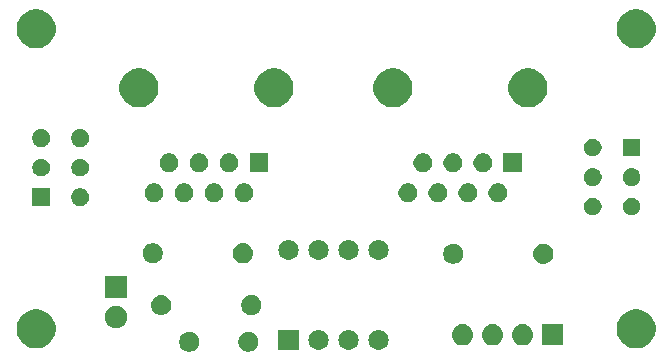
<source format=gbr>
G04 #@! TF.GenerationSoftware,KiCad,Pcbnew,(5.1.4)-1*
G04 #@! TF.CreationDate,2019-10-05T19:17:46-04:00*
G04 #@! TF.ProjectId,PB_16,50425f31-362e-46b6-9963-61645f706362,3*
G04 #@! TF.SameCoordinates,Original*
G04 #@! TF.FileFunction,Soldermask,Bot*
G04 #@! TF.FilePolarity,Negative*
%FSLAX46Y46*%
G04 Gerber Fmt 4.6, Leading zero omitted, Abs format (unit mm)*
G04 Created by KiCad (PCBNEW (5.1.4)-1) date 2019-10-05 19:17:46*
%MOMM*%
%LPD*%
G04 APERTURE LIST*
%ADD10C,0.100000*%
G04 APERTURE END LIST*
D10*
G36*
X105848228Y-99331703D02*
G01*
X106003100Y-99395853D01*
X106142481Y-99488985D01*
X106261015Y-99607519D01*
X106354147Y-99746900D01*
X106418297Y-99901772D01*
X106451000Y-100066184D01*
X106451000Y-100233816D01*
X106418297Y-100398228D01*
X106354147Y-100553100D01*
X106261015Y-100692481D01*
X106142481Y-100811015D01*
X106003100Y-100904147D01*
X105848228Y-100968297D01*
X105683816Y-101001000D01*
X105516184Y-101001000D01*
X105351772Y-100968297D01*
X105196900Y-100904147D01*
X105057519Y-100811015D01*
X104938985Y-100692481D01*
X104845853Y-100553100D01*
X104781703Y-100398228D01*
X104749000Y-100233816D01*
X104749000Y-100066184D01*
X104781703Y-99901772D01*
X104845853Y-99746900D01*
X104938985Y-99607519D01*
X105057519Y-99488985D01*
X105196900Y-99395853D01*
X105351772Y-99331703D01*
X105516184Y-99299000D01*
X105683816Y-99299000D01*
X105848228Y-99331703D01*
X105848228Y-99331703D01*
G37*
G36*
X100848228Y-99331703D02*
G01*
X101003100Y-99395853D01*
X101142481Y-99488985D01*
X101261015Y-99607519D01*
X101354147Y-99746900D01*
X101418297Y-99901772D01*
X101451000Y-100066184D01*
X101451000Y-100233816D01*
X101418297Y-100398228D01*
X101354147Y-100553100D01*
X101261015Y-100692481D01*
X101142481Y-100811015D01*
X101003100Y-100904147D01*
X100848228Y-100968297D01*
X100683816Y-101001000D01*
X100516184Y-101001000D01*
X100351772Y-100968297D01*
X100196900Y-100904147D01*
X100057519Y-100811015D01*
X99938985Y-100692481D01*
X99845853Y-100553100D01*
X99781703Y-100398228D01*
X99749000Y-100233816D01*
X99749000Y-100066184D01*
X99781703Y-99901772D01*
X99845853Y-99746900D01*
X99938985Y-99607519D01*
X100057519Y-99488985D01*
X100196900Y-99395853D01*
X100351772Y-99331703D01*
X100516184Y-99299000D01*
X100683816Y-99299000D01*
X100848228Y-99331703D01*
X100848228Y-99331703D01*
G37*
G36*
X111706823Y-99161313D02*
G01*
X111867242Y-99209976D01*
X111999906Y-99280886D01*
X112015078Y-99288996D01*
X112144659Y-99395341D01*
X112251004Y-99524922D01*
X112251005Y-99524924D01*
X112330024Y-99672758D01*
X112378687Y-99833177D01*
X112395117Y-100000000D01*
X112378687Y-100166823D01*
X112330024Y-100327242D01*
X112270842Y-100437963D01*
X112251004Y-100475078D01*
X112144659Y-100604659D01*
X112015078Y-100711004D01*
X112015076Y-100711005D01*
X111867242Y-100790024D01*
X111706823Y-100838687D01*
X111581804Y-100851000D01*
X111498196Y-100851000D01*
X111373177Y-100838687D01*
X111212758Y-100790024D01*
X111064924Y-100711005D01*
X111064922Y-100711004D01*
X110935341Y-100604659D01*
X110828996Y-100475078D01*
X110809158Y-100437963D01*
X110749976Y-100327242D01*
X110701313Y-100166823D01*
X110684883Y-100000000D01*
X110701313Y-99833177D01*
X110749976Y-99672758D01*
X110828995Y-99524924D01*
X110828996Y-99524922D01*
X110935341Y-99395341D01*
X111064922Y-99288996D01*
X111080094Y-99280886D01*
X111212758Y-99209976D01*
X111373177Y-99161313D01*
X111498196Y-99149000D01*
X111581804Y-99149000D01*
X111706823Y-99161313D01*
X111706823Y-99161313D01*
G37*
G36*
X116786823Y-99161313D02*
G01*
X116947242Y-99209976D01*
X117079906Y-99280886D01*
X117095078Y-99288996D01*
X117224659Y-99395341D01*
X117331004Y-99524922D01*
X117331005Y-99524924D01*
X117410024Y-99672758D01*
X117458687Y-99833177D01*
X117475117Y-100000000D01*
X117458687Y-100166823D01*
X117410024Y-100327242D01*
X117350842Y-100437963D01*
X117331004Y-100475078D01*
X117224659Y-100604659D01*
X117095078Y-100711004D01*
X117095076Y-100711005D01*
X116947242Y-100790024D01*
X116786823Y-100838687D01*
X116661804Y-100851000D01*
X116578196Y-100851000D01*
X116453177Y-100838687D01*
X116292758Y-100790024D01*
X116144924Y-100711005D01*
X116144922Y-100711004D01*
X116015341Y-100604659D01*
X115908996Y-100475078D01*
X115889158Y-100437963D01*
X115829976Y-100327242D01*
X115781313Y-100166823D01*
X115764883Y-100000000D01*
X115781313Y-99833177D01*
X115829976Y-99672758D01*
X115908995Y-99524924D01*
X115908996Y-99524922D01*
X116015341Y-99395341D01*
X116144922Y-99288996D01*
X116160094Y-99280886D01*
X116292758Y-99209976D01*
X116453177Y-99161313D01*
X116578196Y-99149000D01*
X116661804Y-99149000D01*
X116786823Y-99161313D01*
X116786823Y-99161313D01*
G37*
G36*
X109851000Y-100851000D02*
G01*
X108149000Y-100851000D01*
X108149000Y-99149000D01*
X109851000Y-99149000D01*
X109851000Y-100851000D01*
X109851000Y-100851000D01*
G37*
G36*
X114246823Y-99161313D02*
G01*
X114407242Y-99209976D01*
X114539906Y-99280886D01*
X114555078Y-99288996D01*
X114684659Y-99395341D01*
X114791004Y-99524922D01*
X114791005Y-99524924D01*
X114870024Y-99672758D01*
X114918687Y-99833177D01*
X114935117Y-100000000D01*
X114918687Y-100166823D01*
X114870024Y-100327242D01*
X114810842Y-100437963D01*
X114791004Y-100475078D01*
X114684659Y-100604659D01*
X114555078Y-100711004D01*
X114555076Y-100711005D01*
X114407242Y-100790024D01*
X114246823Y-100838687D01*
X114121804Y-100851000D01*
X114038196Y-100851000D01*
X113913177Y-100838687D01*
X113752758Y-100790024D01*
X113604924Y-100711005D01*
X113604922Y-100711004D01*
X113475341Y-100604659D01*
X113368996Y-100475078D01*
X113349158Y-100437963D01*
X113289976Y-100327242D01*
X113241313Y-100166823D01*
X113224883Y-100000000D01*
X113241313Y-99833177D01*
X113289976Y-99672758D01*
X113368995Y-99524924D01*
X113368996Y-99524922D01*
X113475341Y-99395341D01*
X113604922Y-99288996D01*
X113620094Y-99280886D01*
X113752758Y-99209976D01*
X113913177Y-99161313D01*
X114038196Y-99149000D01*
X114121804Y-99149000D01*
X114246823Y-99161313D01*
X114246823Y-99161313D01*
G37*
G36*
X138805256Y-97451298D02*
G01*
X138911579Y-97472447D01*
X139038636Y-97525076D01*
X139201367Y-97592481D01*
X139212042Y-97596903D01*
X139482451Y-97777585D01*
X139712415Y-98007549D01*
X139893097Y-98277958D01*
X139893098Y-98277960D01*
X140017553Y-98578422D01*
X140081000Y-98897389D01*
X140081000Y-99222611D01*
X140051011Y-99373373D01*
X140017553Y-99541579D01*
X139893097Y-99842042D01*
X139712415Y-100112451D01*
X139482451Y-100342415D01*
X139212042Y-100523097D01*
X139212041Y-100523098D01*
X139212040Y-100523098D01*
X139124037Y-100559550D01*
X138911579Y-100647553D01*
X138805256Y-100668702D01*
X138592611Y-100711000D01*
X138267389Y-100711000D01*
X138054744Y-100668702D01*
X137948421Y-100647553D01*
X137735963Y-100559550D01*
X137647960Y-100523098D01*
X137647959Y-100523098D01*
X137647958Y-100523097D01*
X137377549Y-100342415D01*
X137147585Y-100112451D01*
X136966903Y-99842042D01*
X136842447Y-99541579D01*
X136808989Y-99373373D01*
X136779000Y-99222611D01*
X136779000Y-98897389D01*
X136842447Y-98578422D01*
X136966902Y-98277960D01*
X136966903Y-98277958D01*
X137147585Y-98007549D01*
X137377549Y-97777585D01*
X137647958Y-97596903D01*
X137658634Y-97592481D01*
X137821364Y-97525076D01*
X137948421Y-97472447D01*
X138054744Y-97451298D01*
X138267389Y-97409000D01*
X138592611Y-97409000D01*
X138805256Y-97451298D01*
X138805256Y-97451298D01*
G37*
G36*
X88005256Y-97451298D02*
G01*
X88111579Y-97472447D01*
X88238636Y-97525076D01*
X88401367Y-97592481D01*
X88412042Y-97596903D01*
X88682451Y-97777585D01*
X88912415Y-98007549D01*
X89093097Y-98277958D01*
X89093098Y-98277960D01*
X89217553Y-98578422D01*
X89281000Y-98897389D01*
X89281000Y-99222611D01*
X89251011Y-99373373D01*
X89217553Y-99541579D01*
X89093097Y-99842042D01*
X88912415Y-100112451D01*
X88682451Y-100342415D01*
X88412042Y-100523097D01*
X88412041Y-100523098D01*
X88412040Y-100523098D01*
X88324037Y-100559550D01*
X88111579Y-100647553D01*
X88005256Y-100668702D01*
X87792611Y-100711000D01*
X87467389Y-100711000D01*
X87254744Y-100668702D01*
X87148421Y-100647553D01*
X86935963Y-100559550D01*
X86847960Y-100523098D01*
X86847959Y-100523098D01*
X86847958Y-100523097D01*
X86577549Y-100342415D01*
X86347585Y-100112451D01*
X86166903Y-99842042D01*
X86042447Y-99541579D01*
X86008989Y-99373373D01*
X85979000Y-99222611D01*
X85979000Y-98897389D01*
X86042447Y-98578422D01*
X86166902Y-98277960D01*
X86166903Y-98277958D01*
X86347585Y-98007549D01*
X86577549Y-97777585D01*
X86847958Y-97596903D01*
X86858634Y-97592481D01*
X87021364Y-97525076D01*
X87148421Y-97472447D01*
X87254744Y-97451298D01*
X87467389Y-97409000D01*
X87792611Y-97409000D01*
X88005256Y-97451298D01*
X88005256Y-97451298D01*
G37*
G36*
X123840443Y-98655519D02*
G01*
X123906627Y-98662037D01*
X124076466Y-98713557D01*
X124232991Y-98797222D01*
X124268729Y-98826552D01*
X124370186Y-98909814D01*
X124453448Y-99011271D01*
X124482778Y-99047009D01*
X124566443Y-99203534D01*
X124617963Y-99373373D01*
X124635359Y-99550000D01*
X124617963Y-99726627D01*
X124566443Y-99896466D01*
X124482778Y-100052991D01*
X124453448Y-100088729D01*
X124370186Y-100190186D01*
X124268729Y-100273448D01*
X124232991Y-100302778D01*
X124076466Y-100386443D01*
X123906627Y-100437963D01*
X123840442Y-100444482D01*
X123774260Y-100451000D01*
X123685740Y-100451000D01*
X123619558Y-100444482D01*
X123553373Y-100437963D01*
X123383534Y-100386443D01*
X123227009Y-100302778D01*
X123191271Y-100273448D01*
X123089814Y-100190186D01*
X123006552Y-100088729D01*
X122977222Y-100052991D01*
X122893557Y-99896466D01*
X122842037Y-99726627D01*
X122824641Y-99550000D01*
X122842037Y-99373373D01*
X122893557Y-99203534D01*
X122977222Y-99047009D01*
X123006552Y-99011271D01*
X123089814Y-98909814D01*
X123191271Y-98826552D01*
X123227009Y-98797222D01*
X123383534Y-98713557D01*
X123553373Y-98662037D01*
X123619558Y-98655518D01*
X123685740Y-98649000D01*
X123774260Y-98649000D01*
X123840443Y-98655519D01*
X123840443Y-98655519D01*
G37*
G36*
X132251000Y-100451000D02*
G01*
X130449000Y-100451000D01*
X130449000Y-98649000D01*
X132251000Y-98649000D01*
X132251000Y-100451000D01*
X132251000Y-100451000D01*
G37*
G36*
X128920443Y-98655519D02*
G01*
X128986627Y-98662037D01*
X129156466Y-98713557D01*
X129312991Y-98797222D01*
X129348729Y-98826552D01*
X129450186Y-98909814D01*
X129533448Y-99011271D01*
X129562778Y-99047009D01*
X129646443Y-99203534D01*
X129697963Y-99373373D01*
X129715359Y-99550000D01*
X129697963Y-99726627D01*
X129646443Y-99896466D01*
X129562778Y-100052991D01*
X129533448Y-100088729D01*
X129450186Y-100190186D01*
X129348729Y-100273448D01*
X129312991Y-100302778D01*
X129156466Y-100386443D01*
X128986627Y-100437963D01*
X128920442Y-100444482D01*
X128854260Y-100451000D01*
X128765740Y-100451000D01*
X128699558Y-100444482D01*
X128633373Y-100437963D01*
X128463534Y-100386443D01*
X128307009Y-100302778D01*
X128271271Y-100273448D01*
X128169814Y-100190186D01*
X128086552Y-100088729D01*
X128057222Y-100052991D01*
X127973557Y-99896466D01*
X127922037Y-99726627D01*
X127904641Y-99550000D01*
X127922037Y-99373373D01*
X127973557Y-99203534D01*
X128057222Y-99047009D01*
X128086552Y-99011271D01*
X128169814Y-98909814D01*
X128271271Y-98826552D01*
X128307009Y-98797222D01*
X128463534Y-98713557D01*
X128633373Y-98662037D01*
X128699558Y-98655518D01*
X128765740Y-98649000D01*
X128854260Y-98649000D01*
X128920443Y-98655519D01*
X128920443Y-98655519D01*
G37*
G36*
X126380443Y-98655519D02*
G01*
X126446627Y-98662037D01*
X126616466Y-98713557D01*
X126772991Y-98797222D01*
X126808729Y-98826552D01*
X126910186Y-98909814D01*
X126993448Y-99011271D01*
X127022778Y-99047009D01*
X127106443Y-99203534D01*
X127157963Y-99373373D01*
X127175359Y-99550000D01*
X127157963Y-99726627D01*
X127106443Y-99896466D01*
X127022778Y-100052991D01*
X126993448Y-100088729D01*
X126910186Y-100190186D01*
X126808729Y-100273448D01*
X126772991Y-100302778D01*
X126616466Y-100386443D01*
X126446627Y-100437963D01*
X126380442Y-100444482D01*
X126314260Y-100451000D01*
X126225740Y-100451000D01*
X126159558Y-100444482D01*
X126093373Y-100437963D01*
X125923534Y-100386443D01*
X125767009Y-100302778D01*
X125731271Y-100273448D01*
X125629814Y-100190186D01*
X125546552Y-100088729D01*
X125517222Y-100052991D01*
X125433557Y-99896466D01*
X125382037Y-99726627D01*
X125364641Y-99550000D01*
X125382037Y-99373373D01*
X125433557Y-99203534D01*
X125517222Y-99047009D01*
X125546552Y-99011271D01*
X125629814Y-98909814D01*
X125731271Y-98826552D01*
X125767009Y-98797222D01*
X125923534Y-98713557D01*
X126093373Y-98662037D01*
X126159558Y-98655518D01*
X126225740Y-98649000D01*
X126314260Y-98649000D01*
X126380443Y-98655519D01*
X126380443Y-98655519D01*
G37*
G36*
X94677395Y-97125546D02*
G01*
X94850466Y-97197234D01*
X94850467Y-97197235D01*
X95006227Y-97301310D01*
X95138690Y-97433773D01*
X95138691Y-97433775D01*
X95242766Y-97589534D01*
X95314454Y-97762605D01*
X95351000Y-97946333D01*
X95351000Y-98133667D01*
X95314454Y-98317395D01*
X95242766Y-98490466D01*
X95242765Y-98490467D01*
X95138690Y-98646227D01*
X95006227Y-98778690D01*
X94927818Y-98831081D01*
X94850466Y-98882766D01*
X94677395Y-98954454D01*
X94493667Y-98991000D01*
X94306333Y-98991000D01*
X94122605Y-98954454D01*
X93949534Y-98882766D01*
X93872182Y-98831081D01*
X93793773Y-98778690D01*
X93661310Y-98646227D01*
X93557235Y-98490467D01*
X93557234Y-98490466D01*
X93485546Y-98317395D01*
X93449000Y-98133667D01*
X93449000Y-97946333D01*
X93485546Y-97762605D01*
X93557234Y-97589534D01*
X93661309Y-97433775D01*
X93661310Y-97433773D01*
X93793773Y-97301310D01*
X93949533Y-97197235D01*
X93949534Y-97197234D01*
X94122605Y-97125546D01*
X94306333Y-97089000D01*
X94493667Y-97089000D01*
X94677395Y-97125546D01*
X94677395Y-97125546D01*
G37*
G36*
X106098228Y-96231703D02*
G01*
X106253100Y-96295853D01*
X106392481Y-96388985D01*
X106511015Y-96507519D01*
X106604147Y-96646900D01*
X106668297Y-96801772D01*
X106701000Y-96966184D01*
X106701000Y-97133816D01*
X106668297Y-97298228D01*
X106604147Y-97453100D01*
X106511015Y-97592481D01*
X106392481Y-97711015D01*
X106253100Y-97804147D01*
X106098228Y-97868297D01*
X105933816Y-97901000D01*
X105766184Y-97901000D01*
X105601772Y-97868297D01*
X105446900Y-97804147D01*
X105307519Y-97711015D01*
X105188985Y-97592481D01*
X105095853Y-97453100D01*
X105031703Y-97298228D01*
X104999000Y-97133816D01*
X104999000Y-96966184D01*
X105031703Y-96801772D01*
X105095853Y-96646900D01*
X105188985Y-96507519D01*
X105307519Y-96388985D01*
X105446900Y-96295853D01*
X105601772Y-96231703D01*
X105766184Y-96199000D01*
X105933816Y-96199000D01*
X106098228Y-96231703D01*
X106098228Y-96231703D01*
G37*
G36*
X98396823Y-96211313D02*
G01*
X98557242Y-96259976D01*
X98624361Y-96295852D01*
X98705078Y-96338996D01*
X98834659Y-96445341D01*
X98941004Y-96574922D01*
X98941005Y-96574924D01*
X99020024Y-96722758D01*
X99068687Y-96883177D01*
X99085117Y-97050000D01*
X99068687Y-97216823D01*
X99020024Y-97377242D01*
X98979477Y-97453100D01*
X98941004Y-97525078D01*
X98834659Y-97654659D01*
X98705078Y-97761004D01*
X98702083Y-97762605D01*
X98557242Y-97840024D01*
X98396823Y-97888687D01*
X98271804Y-97901000D01*
X98188196Y-97901000D01*
X98063177Y-97888687D01*
X97902758Y-97840024D01*
X97757917Y-97762605D01*
X97754922Y-97761004D01*
X97625341Y-97654659D01*
X97518996Y-97525078D01*
X97480523Y-97453100D01*
X97439976Y-97377242D01*
X97391313Y-97216823D01*
X97374883Y-97050000D01*
X97391313Y-96883177D01*
X97439976Y-96722758D01*
X97518995Y-96574924D01*
X97518996Y-96574922D01*
X97625341Y-96445341D01*
X97754922Y-96338996D01*
X97835639Y-96295852D01*
X97902758Y-96259976D01*
X98063177Y-96211313D01*
X98188196Y-96199000D01*
X98271804Y-96199000D01*
X98396823Y-96211313D01*
X98396823Y-96211313D01*
G37*
G36*
X95351000Y-96451000D02*
G01*
X93449000Y-96451000D01*
X93449000Y-94549000D01*
X95351000Y-94549000D01*
X95351000Y-96451000D01*
X95351000Y-96451000D01*
G37*
G36*
X130736823Y-91861313D02*
G01*
X130897242Y-91909976D01*
X130964361Y-91945852D01*
X131045078Y-91988996D01*
X131174659Y-92095341D01*
X131281004Y-92224922D01*
X131281005Y-92224924D01*
X131360024Y-92372758D01*
X131408687Y-92533177D01*
X131425117Y-92700000D01*
X131408687Y-92866823D01*
X131360024Y-93027242D01*
X131289114Y-93159906D01*
X131281004Y-93175078D01*
X131174659Y-93304659D01*
X131045078Y-93411004D01*
X131045076Y-93411005D01*
X130897242Y-93490024D01*
X130736823Y-93538687D01*
X130611804Y-93551000D01*
X130528196Y-93551000D01*
X130403177Y-93538687D01*
X130242758Y-93490024D01*
X130094924Y-93411005D01*
X130094922Y-93411004D01*
X129965341Y-93304659D01*
X129858996Y-93175078D01*
X129850886Y-93159906D01*
X129779976Y-93027242D01*
X129731313Y-92866823D01*
X129714883Y-92700000D01*
X129731313Y-92533177D01*
X129779976Y-92372758D01*
X129858995Y-92224924D01*
X129858996Y-92224922D01*
X129965341Y-92095341D01*
X130094922Y-91988996D01*
X130175639Y-91945852D01*
X130242758Y-91909976D01*
X130403177Y-91861313D01*
X130528196Y-91849000D01*
X130611804Y-91849000D01*
X130736823Y-91861313D01*
X130736823Y-91861313D01*
G37*
G36*
X123198228Y-91881703D02*
G01*
X123353100Y-91945853D01*
X123492481Y-92038985D01*
X123611015Y-92157519D01*
X123704147Y-92296900D01*
X123768297Y-92451772D01*
X123801000Y-92616184D01*
X123801000Y-92783816D01*
X123768297Y-92948228D01*
X123704147Y-93103100D01*
X123611015Y-93242481D01*
X123492481Y-93361015D01*
X123353100Y-93454147D01*
X123198228Y-93518297D01*
X123033816Y-93551000D01*
X122866184Y-93551000D01*
X122701772Y-93518297D01*
X122546900Y-93454147D01*
X122407519Y-93361015D01*
X122288985Y-93242481D01*
X122195853Y-93103100D01*
X122131703Y-92948228D01*
X122099000Y-92783816D01*
X122099000Y-92616184D01*
X122131703Y-92451772D01*
X122195853Y-92296900D01*
X122288985Y-92157519D01*
X122407519Y-92038985D01*
X122546900Y-91945853D01*
X122701772Y-91881703D01*
X122866184Y-91849000D01*
X123033816Y-91849000D01*
X123198228Y-91881703D01*
X123198228Y-91881703D01*
G37*
G36*
X105286823Y-91811313D02*
G01*
X105447242Y-91859976D01*
X105540783Y-91909975D01*
X105595078Y-91938996D01*
X105724659Y-92045341D01*
X105831004Y-92174922D01*
X105831005Y-92174924D01*
X105910024Y-92322758D01*
X105958687Y-92483177D01*
X105975117Y-92650000D01*
X105958687Y-92816823D01*
X105910024Y-92977242D01*
X105869477Y-93053100D01*
X105831004Y-93125078D01*
X105724659Y-93254659D01*
X105595078Y-93361004D01*
X105595076Y-93361005D01*
X105447242Y-93440024D01*
X105286823Y-93488687D01*
X105161804Y-93501000D01*
X105078196Y-93501000D01*
X104953177Y-93488687D01*
X104792758Y-93440024D01*
X104644924Y-93361005D01*
X104644922Y-93361004D01*
X104515341Y-93254659D01*
X104408996Y-93125078D01*
X104370523Y-93053100D01*
X104329976Y-92977242D01*
X104281313Y-92816823D01*
X104264883Y-92650000D01*
X104281313Y-92483177D01*
X104329976Y-92322758D01*
X104408995Y-92174924D01*
X104408996Y-92174922D01*
X104515341Y-92045341D01*
X104644922Y-91938996D01*
X104699217Y-91909975D01*
X104792758Y-91859976D01*
X104953177Y-91811313D01*
X105078196Y-91799000D01*
X105161804Y-91799000D01*
X105286823Y-91811313D01*
X105286823Y-91811313D01*
G37*
G36*
X97748228Y-91831703D02*
G01*
X97903100Y-91895853D01*
X98042481Y-91988985D01*
X98161015Y-92107519D01*
X98254147Y-92246900D01*
X98318297Y-92401772D01*
X98351000Y-92566184D01*
X98351000Y-92733816D01*
X98318297Y-92898228D01*
X98254147Y-93053100D01*
X98161015Y-93192481D01*
X98042481Y-93311015D01*
X97903100Y-93404147D01*
X97748228Y-93468297D01*
X97583816Y-93501000D01*
X97416184Y-93501000D01*
X97251772Y-93468297D01*
X97096900Y-93404147D01*
X96957519Y-93311015D01*
X96838985Y-93192481D01*
X96745853Y-93053100D01*
X96681703Y-92898228D01*
X96649000Y-92733816D01*
X96649000Y-92566184D01*
X96681703Y-92401772D01*
X96745853Y-92246900D01*
X96838985Y-92107519D01*
X96957519Y-91988985D01*
X97096900Y-91895853D01*
X97251772Y-91831703D01*
X97416184Y-91799000D01*
X97583816Y-91799000D01*
X97748228Y-91831703D01*
X97748228Y-91831703D01*
G37*
G36*
X109166823Y-91541313D02*
G01*
X109327242Y-91589976D01*
X109459906Y-91660886D01*
X109475078Y-91668996D01*
X109604659Y-91775341D01*
X109711004Y-91904922D01*
X109711005Y-91904924D01*
X109790024Y-92052758D01*
X109838687Y-92213177D01*
X109855117Y-92380000D01*
X109838687Y-92546823D01*
X109790024Y-92707242D01*
X109749095Y-92783815D01*
X109711004Y-92855078D01*
X109604659Y-92984659D01*
X109475078Y-93091004D01*
X109475076Y-93091005D01*
X109327242Y-93170024D01*
X109166823Y-93218687D01*
X109041804Y-93231000D01*
X108958196Y-93231000D01*
X108833177Y-93218687D01*
X108672758Y-93170024D01*
X108524924Y-93091005D01*
X108524922Y-93091004D01*
X108395341Y-92984659D01*
X108288996Y-92855078D01*
X108250905Y-92783815D01*
X108209976Y-92707242D01*
X108161313Y-92546823D01*
X108144883Y-92380000D01*
X108161313Y-92213177D01*
X108209976Y-92052758D01*
X108288995Y-91904924D01*
X108288996Y-91904922D01*
X108395341Y-91775341D01*
X108524922Y-91668996D01*
X108540094Y-91660886D01*
X108672758Y-91589976D01*
X108833177Y-91541313D01*
X108958196Y-91529000D01*
X109041804Y-91529000D01*
X109166823Y-91541313D01*
X109166823Y-91541313D01*
G37*
G36*
X116786823Y-91541313D02*
G01*
X116947242Y-91589976D01*
X117079906Y-91660886D01*
X117095078Y-91668996D01*
X117224659Y-91775341D01*
X117331004Y-91904922D01*
X117331005Y-91904924D01*
X117410024Y-92052758D01*
X117458687Y-92213177D01*
X117475117Y-92380000D01*
X117458687Y-92546823D01*
X117410024Y-92707242D01*
X117369095Y-92783815D01*
X117331004Y-92855078D01*
X117224659Y-92984659D01*
X117095078Y-93091004D01*
X117095076Y-93091005D01*
X116947242Y-93170024D01*
X116786823Y-93218687D01*
X116661804Y-93231000D01*
X116578196Y-93231000D01*
X116453177Y-93218687D01*
X116292758Y-93170024D01*
X116144924Y-93091005D01*
X116144922Y-93091004D01*
X116015341Y-92984659D01*
X115908996Y-92855078D01*
X115870905Y-92783815D01*
X115829976Y-92707242D01*
X115781313Y-92546823D01*
X115764883Y-92380000D01*
X115781313Y-92213177D01*
X115829976Y-92052758D01*
X115908995Y-91904924D01*
X115908996Y-91904922D01*
X116015341Y-91775341D01*
X116144922Y-91668996D01*
X116160094Y-91660886D01*
X116292758Y-91589976D01*
X116453177Y-91541313D01*
X116578196Y-91529000D01*
X116661804Y-91529000D01*
X116786823Y-91541313D01*
X116786823Y-91541313D01*
G37*
G36*
X114246823Y-91541313D02*
G01*
X114407242Y-91589976D01*
X114539906Y-91660886D01*
X114555078Y-91668996D01*
X114684659Y-91775341D01*
X114791004Y-91904922D01*
X114791005Y-91904924D01*
X114870024Y-92052758D01*
X114918687Y-92213177D01*
X114935117Y-92380000D01*
X114918687Y-92546823D01*
X114870024Y-92707242D01*
X114829095Y-92783815D01*
X114791004Y-92855078D01*
X114684659Y-92984659D01*
X114555078Y-93091004D01*
X114555076Y-93091005D01*
X114407242Y-93170024D01*
X114246823Y-93218687D01*
X114121804Y-93231000D01*
X114038196Y-93231000D01*
X113913177Y-93218687D01*
X113752758Y-93170024D01*
X113604924Y-93091005D01*
X113604922Y-93091004D01*
X113475341Y-92984659D01*
X113368996Y-92855078D01*
X113330905Y-92783815D01*
X113289976Y-92707242D01*
X113241313Y-92546823D01*
X113224883Y-92380000D01*
X113241313Y-92213177D01*
X113289976Y-92052758D01*
X113368995Y-91904924D01*
X113368996Y-91904922D01*
X113475341Y-91775341D01*
X113604922Y-91668996D01*
X113620094Y-91660886D01*
X113752758Y-91589976D01*
X113913177Y-91541313D01*
X114038196Y-91529000D01*
X114121804Y-91529000D01*
X114246823Y-91541313D01*
X114246823Y-91541313D01*
G37*
G36*
X111706823Y-91541313D02*
G01*
X111867242Y-91589976D01*
X111999906Y-91660886D01*
X112015078Y-91668996D01*
X112144659Y-91775341D01*
X112251004Y-91904922D01*
X112251005Y-91904924D01*
X112330024Y-92052758D01*
X112378687Y-92213177D01*
X112395117Y-92380000D01*
X112378687Y-92546823D01*
X112330024Y-92707242D01*
X112289095Y-92783815D01*
X112251004Y-92855078D01*
X112144659Y-92984659D01*
X112015078Y-93091004D01*
X112015076Y-93091005D01*
X111867242Y-93170024D01*
X111706823Y-93218687D01*
X111581804Y-93231000D01*
X111498196Y-93231000D01*
X111373177Y-93218687D01*
X111212758Y-93170024D01*
X111064924Y-93091005D01*
X111064922Y-93091004D01*
X110935341Y-92984659D01*
X110828996Y-92855078D01*
X110790905Y-92783815D01*
X110749976Y-92707242D01*
X110701313Y-92546823D01*
X110684883Y-92380000D01*
X110701313Y-92213177D01*
X110749976Y-92052758D01*
X110828995Y-91904924D01*
X110828996Y-91904922D01*
X110935341Y-91775341D01*
X111064922Y-91668996D01*
X111080094Y-91660886D01*
X111212758Y-91589976D01*
X111373177Y-91541313D01*
X111498196Y-91529000D01*
X111581804Y-91529000D01*
X111706823Y-91541313D01*
X111706823Y-91541313D01*
G37*
G36*
X138249487Y-87973967D02*
G01*
X138269059Y-87977860D01*
X138405732Y-88034472D01*
X138528735Y-88116660D01*
X138633340Y-88221265D01*
X138715528Y-88344268D01*
X138772140Y-88480941D01*
X138801000Y-88626033D01*
X138801000Y-88773967D01*
X138772140Y-88919059D01*
X138715528Y-89055732D01*
X138633340Y-89178735D01*
X138528735Y-89283340D01*
X138405732Y-89365528D01*
X138405731Y-89365529D01*
X138405730Y-89365529D01*
X138269059Y-89422140D01*
X138123968Y-89451000D01*
X137976032Y-89451000D01*
X137830941Y-89422140D01*
X137694270Y-89365529D01*
X137694269Y-89365529D01*
X137694268Y-89365528D01*
X137571265Y-89283340D01*
X137466660Y-89178735D01*
X137384472Y-89055732D01*
X137327860Y-88919059D01*
X137299000Y-88773967D01*
X137299000Y-88626033D01*
X137327860Y-88480941D01*
X137384472Y-88344268D01*
X137466660Y-88221265D01*
X137571265Y-88116660D01*
X137694268Y-88034472D01*
X137830941Y-87977860D01*
X137850513Y-87973967D01*
X137976032Y-87949000D01*
X138123968Y-87949000D01*
X138249487Y-87973967D01*
X138249487Y-87973967D01*
G37*
G36*
X134949487Y-87973967D02*
G01*
X134969059Y-87977860D01*
X135105732Y-88034472D01*
X135228735Y-88116660D01*
X135333340Y-88221265D01*
X135415528Y-88344268D01*
X135472140Y-88480941D01*
X135501000Y-88626033D01*
X135501000Y-88773967D01*
X135472140Y-88919059D01*
X135415528Y-89055732D01*
X135333340Y-89178735D01*
X135228735Y-89283340D01*
X135105732Y-89365528D01*
X135105731Y-89365529D01*
X135105730Y-89365529D01*
X134969059Y-89422140D01*
X134823968Y-89451000D01*
X134676032Y-89451000D01*
X134530941Y-89422140D01*
X134394270Y-89365529D01*
X134394269Y-89365529D01*
X134394268Y-89365528D01*
X134271265Y-89283340D01*
X134166660Y-89178735D01*
X134084472Y-89055732D01*
X134027860Y-88919059D01*
X133999000Y-88773967D01*
X133999000Y-88626033D01*
X134027860Y-88480941D01*
X134084472Y-88344268D01*
X134166660Y-88221265D01*
X134271265Y-88116660D01*
X134394268Y-88034472D01*
X134530941Y-87977860D01*
X134550513Y-87973967D01*
X134676032Y-87949000D01*
X134823968Y-87949000D01*
X134949487Y-87973967D01*
X134949487Y-87973967D01*
G37*
G36*
X91569059Y-87177860D02*
G01*
X91705732Y-87234472D01*
X91828735Y-87316660D01*
X91933340Y-87421265D01*
X91959962Y-87461108D01*
X92015529Y-87544270D01*
X92072140Y-87680941D01*
X92101000Y-87826032D01*
X92101000Y-87973968D01*
X92072140Y-88119059D01*
X92017970Y-88249838D01*
X92015528Y-88255732D01*
X91933340Y-88378735D01*
X91828735Y-88483340D01*
X91705732Y-88565528D01*
X91705731Y-88565529D01*
X91705730Y-88565529D01*
X91569059Y-88622140D01*
X91423968Y-88651000D01*
X91276032Y-88651000D01*
X91130941Y-88622140D01*
X90994270Y-88565529D01*
X90994269Y-88565529D01*
X90994268Y-88565528D01*
X90871265Y-88483340D01*
X90766660Y-88378735D01*
X90684472Y-88255732D01*
X90682031Y-88249838D01*
X90627860Y-88119059D01*
X90599000Y-87973968D01*
X90599000Y-87826032D01*
X90627860Y-87680941D01*
X90684471Y-87544270D01*
X90740038Y-87461108D01*
X90766660Y-87421265D01*
X90871265Y-87316660D01*
X90994268Y-87234472D01*
X91130941Y-87177860D01*
X91276032Y-87149000D01*
X91423968Y-87149000D01*
X91569059Y-87177860D01*
X91569059Y-87177860D01*
G37*
G36*
X88801000Y-88651000D02*
G01*
X87299000Y-88651000D01*
X87299000Y-87149000D01*
X88801000Y-87149000D01*
X88801000Y-88651000D01*
X88801000Y-88651000D01*
G37*
G36*
X126963642Y-86769781D02*
G01*
X127109414Y-86830162D01*
X127109416Y-86830163D01*
X127240608Y-86917822D01*
X127352178Y-87029392D01*
X127432097Y-87149000D01*
X127439838Y-87160586D01*
X127500219Y-87306358D01*
X127531000Y-87461107D01*
X127531000Y-87618893D01*
X127500219Y-87773642D01*
X127439838Y-87919414D01*
X127439837Y-87919416D01*
X127352178Y-88050608D01*
X127240608Y-88162178D01*
X127109416Y-88249837D01*
X127109415Y-88249838D01*
X127109414Y-88249838D01*
X126963642Y-88310219D01*
X126808893Y-88341000D01*
X126651107Y-88341000D01*
X126496358Y-88310219D01*
X126350586Y-88249838D01*
X126350585Y-88249838D01*
X126350584Y-88249837D01*
X126219392Y-88162178D01*
X126107822Y-88050608D01*
X126020163Y-87919416D01*
X126020162Y-87919414D01*
X125959781Y-87773642D01*
X125929000Y-87618893D01*
X125929000Y-87461107D01*
X125959781Y-87306358D01*
X126020162Y-87160586D01*
X126027903Y-87149000D01*
X126107822Y-87029392D01*
X126219392Y-86917822D01*
X126350584Y-86830163D01*
X126350586Y-86830162D01*
X126496358Y-86769781D01*
X126651107Y-86739000D01*
X126808893Y-86739000D01*
X126963642Y-86769781D01*
X126963642Y-86769781D01*
G37*
G36*
X102923642Y-86769781D02*
G01*
X103069414Y-86830162D01*
X103069416Y-86830163D01*
X103200608Y-86917822D01*
X103312178Y-87029392D01*
X103392097Y-87149000D01*
X103399838Y-87160586D01*
X103460219Y-87306358D01*
X103491000Y-87461107D01*
X103491000Y-87618893D01*
X103460219Y-87773642D01*
X103399838Y-87919414D01*
X103399837Y-87919416D01*
X103312178Y-88050608D01*
X103200608Y-88162178D01*
X103069416Y-88249837D01*
X103069415Y-88249838D01*
X103069414Y-88249838D01*
X102923642Y-88310219D01*
X102768893Y-88341000D01*
X102611107Y-88341000D01*
X102456358Y-88310219D01*
X102310586Y-88249838D01*
X102310585Y-88249838D01*
X102310584Y-88249837D01*
X102179392Y-88162178D01*
X102067822Y-88050608D01*
X101980163Y-87919416D01*
X101980162Y-87919414D01*
X101919781Y-87773642D01*
X101889000Y-87618893D01*
X101889000Y-87461107D01*
X101919781Y-87306358D01*
X101980162Y-87160586D01*
X101987903Y-87149000D01*
X102067822Y-87029392D01*
X102179392Y-86917822D01*
X102310584Y-86830163D01*
X102310586Y-86830162D01*
X102456358Y-86769781D01*
X102611107Y-86739000D01*
X102768893Y-86739000D01*
X102923642Y-86769781D01*
X102923642Y-86769781D01*
G37*
G36*
X124423642Y-86769781D02*
G01*
X124569414Y-86830162D01*
X124569416Y-86830163D01*
X124700608Y-86917822D01*
X124812178Y-87029392D01*
X124892097Y-87149000D01*
X124899838Y-87160586D01*
X124960219Y-87306358D01*
X124991000Y-87461107D01*
X124991000Y-87618893D01*
X124960219Y-87773642D01*
X124899838Y-87919414D01*
X124899837Y-87919416D01*
X124812178Y-88050608D01*
X124700608Y-88162178D01*
X124569416Y-88249837D01*
X124569415Y-88249838D01*
X124569414Y-88249838D01*
X124423642Y-88310219D01*
X124268893Y-88341000D01*
X124111107Y-88341000D01*
X123956358Y-88310219D01*
X123810586Y-88249838D01*
X123810585Y-88249838D01*
X123810584Y-88249837D01*
X123679392Y-88162178D01*
X123567822Y-88050608D01*
X123480163Y-87919416D01*
X123480162Y-87919414D01*
X123419781Y-87773642D01*
X123389000Y-87618893D01*
X123389000Y-87461107D01*
X123419781Y-87306358D01*
X123480162Y-87160586D01*
X123487903Y-87149000D01*
X123567822Y-87029392D01*
X123679392Y-86917822D01*
X123810584Y-86830163D01*
X123810586Y-86830162D01*
X123956358Y-86769781D01*
X124111107Y-86739000D01*
X124268893Y-86739000D01*
X124423642Y-86769781D01*
X124423642Y-86769781D01*
G37*
G36*
X97843642Y-86769781D02*
G01*
X97989414Y-86830162D01*
X97989416Y-86830163D01*
X98120608Y-86917822D01*
X98232178Y-87029392D01*
X98312097Y-87149000D01*
X98319838Y-87160586D01*
X98380219Y-87306358D01*
X98411000Y-87461107D01*
X98411000Y-87618893D01*
X98380219Y-87773642D01*
X98319838Y-87919414D01*
X98319837Y-87919416D01*
X98232178Y-88050608D01*
X98120608Y-88162178D01*
X97989416Y-88249837D01*
X97989415Y-88249838D01*
X97989414Y-88249838D01*
X97843642Y-88310219D01*
X97688893Y-88341000D01*
X97531107Y-88341000D01*
X97376358Y-88310219D01*
X97230586Y-88249838D01*
X97230585Y-88249838D01*
X97230584Y-88249837D01*
X97099392Y-88162178D01*
X96987822Y-88050608D01*
X96900163Y-87919416D01*
X96900162Y-87919414D01*
X96839781Y-87773642D01*
X96809000Y-87618893D01*
X96809000Y-87461107D01*
X96839781Y-87306358D01*
X96900162Y-87160586D01*
X96907903Y-87149000D01*
X96987822Y-87029392D01*
X97099392Y-86917822D01*
X97230584Y-86830163D01*
X97230586Y-86830162D01*
X97376358Y-86769781D01*
X97531107Y-86739000D01*
X97688893Y-86739000D01*
X97843642Y-86769781D01*
X97843642Y-86769781D01*
G37*
G36*
X119343642Y-86769781D02*
G01*
X119489414Y-86830162D01*
X119489416Y-86830163D01*
X119620608Y-86917822D01*
X119732178Y-87029392D01*
X119812097Y-87149000D01*
X119819838Y-87160586D01*
X119880219Y-87306358D01*
X119911000Y-87461107D01*
X119911000Y-87618893D01*
X119880219Y-87773642D01*
X119819838Y-87919414D01*
X119819837Y-87919416D01*
X119732178Y-88050608D01*
X119620608Y-88162178D01*
X119489416Y-88249837D01*
X119489415Y-88249838D01*
X119489414Y-88249838D01*
X119343642Y-88310219D01*
X119188893Y-88341000D01*
X119031107Y-88341000D01*
X118876358Y-88310219D01*
X118730586Y-88249838D01*
X118730585Y-88249838D01*
X118730584Y-88249837D01*
X118599392Y-88162178D01*
X118487822Y-88050608D01*
X118400163Y-87919416D01*
X118400162Y-87919414D01*
X118339781Y-87773642D01*
X118309000Y-87618893D01*
X118309000Y-87461107D01*
X118339781Y-87306358D01*
X118400162Y-87160586D01*
X118407903Y-87149000D01*
X118487822Y-87029392D01*
X118599392Y-86917822D01*
X118730584Y-86830163D01*
X118730586Y-86830162D01*
X118876358Y-86769781D01*
X119031107Y-86739000D01*
X119188893Y-86739000D01*
X119343642Y-86769781D01*
X119343642Y-86769781D01*
G37*
G36*
X105463642Y-86769781D02*
G01*
X105609414Y-86830162D01*
X105609416Y-86830163D01*
X105740608Y-86917822D01*
X105852178Y-87029392D01*
X105932097Y-87149000D01*
X105939838Y-87160586D01*
X106000219Y-87306358D01*
X106031000Y-87461107D01*
X106031000Y-87618893D01*
X106000219Y-87773642D01*
X105939838Y-87919414D01*
X105939837Y-87919416D01*
X105852178Y-88050608D01*
X105740608Y-88162178D01*
X105609416Y-88249837D01*
X105609415Y-88249838D01*
X105609414Y-88249838D01*
X105463642Y-88310219D01*
X105308893Y-88341000D01*
X105151107Y-88341000D01*
X104996358Y-88310219D01*
X104850586Y-88249838D01*
X104850585Y-88249838D01*
X104850584Y-88249837D01*
X104719392Y-88162178D01*
X104607822Y-88050608D01*
X104520163Y-87919416D01*
X104520162Y-87919414D01*
X104459781Y-87773642D01*
X104429000Y-87618893D01*
X104429000Y-87461107D01*
X104459781Y-87306358D01*
X104520162Y-87160586D01*
X104527903Y-87149000D01*
X104607822Y-87029392D01*
X104719392Y-86917822D01*
X104850584Y-86830163D01*
X104850586Y-86830162D01*
X104996358Y-86769781D01*
X105151107Y-86739000D01*
X105308893Y-86739000D01*
X105463642Y-86769781D01*
X105463642Y-86769781D01*
G37*
G36*
X121883642Y-86769781D02*
G01*
X122029414Y-86830162D01*
X122029416Y-86830163D01*
X122160608Y-86917822D01*
X122272178Y-87029392D01*
X122352097Y-87149000D01*
X122359838Y-87160586D01*
X122420219Y-87306358D01*
X122451000Y-87461107D01*
X122451000Y-87618893D01*
X122420219Y-87773642D01*
X122359838Y-87919414D01*
X122359837Y-87919416D01*
X122272178Y-88050608D01*
X122160608Y-88162178D01*
X122029416Y-88249837D01*
X122029415Y-88249838D01*
X122029414Y-88249838D01*
X121883642Y-88310219D01*
X121728893Y-88341000D01*
X121571107Y-88341000D01*
X121416358Y-88310219D01*
X121270586Y-88249838D01*
X121270585Y-88249838D01*
X121270584Y-88249837D01*
X121139392Y-88162178D01*
X121027822Y-88050608D01*
X120940163Y-87919416D01*
X120940162Y-87919414D01*
X120879781Y-87773642D01*
X120849000Y-87618893D01*
X120849000Y-87461107D01*
X120879781Y-87306358D01*
X120940162Y-87160586D01*
X120947903Y-87149000D01*
X121027822Y-87029392D01*
X121139392Y-86917822D01*
X121270584Y-86830163D01*
X121270586Y-86830162D01*
X121416358Y-86769781D01*
X121571107Y-86739000D01*
X121728893Y-86739000D01*
X121883642Y-86769781D01*
X121883642Y-86769781D01*
G37*
G36*
X100383642Y-86769781D02*
G01*
X100529414Y-86830162D01*
X100529416Y-86830163D01*
X100660608Y-86917822D01*
X100772178Y-87029392D01*
X100852097Y-87149000D01*
X100859838Y-87160586D01*
X100920219Y-87306358D01*
X100951000Y-87461107D01*
X100951000Y-87618893D01*
X100920219Y-87773642D01*
X100859838Y-87919414D01*
X100859837Y-87919416D01*
X100772178Y-88050608D01*
X100660608Y-88162178D01*
X100529416Y-88249837D01*
X100529415Y-88249838D01*
X100529414Y-88249838D01*
X100383642Y-88310219D01*
X100228893Y-88341000D01*
X100071107Y-88341000D01*
X99916358Y-88310219D01*
X99770586Y-88249838D01*
X99770585Y-88249838D01*
X99770584Y-88249837D01*
X99639392Y-88162178D01*
X99527822Y-88050608D01*
X99440163Y-87919416D01*
X99440162Y-87919414D01*
X99379781Y-87773642D01*
X99349000Y-87618893D01*
X99349000Y-87461107D01*
X99379781Y-87306358D01*
X99440162Y-87160586D01*
X99447903Y-87149000D01*
X99527822Y-87029392D01*
X99639392Y-86917822D01*
X99770584Y-86830163D01*
X99770586Y-86830162D01*
X99916358Y-86769781D01*
X100071107Y-86739000D01*
X100228893Y-86739000D01*
X100383642Y-86769781D01*
X100383642Y-86769781D01*
G37*
G36*
X138269059Y-85477860D02*
G01*
X138348120Y-85510608D01*
X138405732Y-85534472D01*
X138528735Y-85616660D01*
X138633340Y-85721265D01*
X138715528Y-85844268D01*
X138772140Y-85980941D01*
X138801000Y-86126033D01*
X138801000Y-86273967D01*
X138772140Y-86419059D01*
X138715528Y-86555732D01*
X138633340Y-86678735D01*
X138528735Y-86783340D01*
X138405732Y-86865528D01*
X138405731Y-86865529D01*
X138405730Y-86865529D01*
X138269059Y-86922140D01*
X138123968Y-86951000D01*
X137976032Y-86951000D01*
X137830941Y-86922140D01*
X137694270Y-86865529D01*
X137694269Y-86865529D01*
X137694268Y-86865528D01*
X137571265Y-86783340D01*
X137466660Y-86678735D01*
X137384472Y-86555732D01*
X137327860Y-86419059D01*
X137299000Y-86273967D01*
X137299000Y-86126033D01*
X137327860Y-85980941D01*
X137384472Y-85844268D01*
X137466660Y-85721265D01*
X137571265Y-85616660D01*
X137694268Y-85534472D01*
X137751881Y-85510608D01*
X137830941Y-85477860D01*
X137976032Y-85449000D01*
X138123968Y-85449000D01*
X138269059Y-85477860D01*
X138269059Y-85477860D01*
G37*
G36*
X134969059Y-85477860D02*
G01*
X135048120Y-85510608D01*
X135105732Y-85534472D01*
X135228735Y-85616660D01*
X135333340Y-85721265D01*
X135415528Y-85844268D01*
X135472140Y-85980941D01*
X135501000Y-86126033D01*
X135501000Y-86273967D01*
X135472140Y-86419059D01*
X135415528Y-86555732D01*
X135333340Y-86678735D01*
X135228735Y-86783340D01*
X135105732Y-86865528D01*
X135105731Y-86865529D01*
X135105730Y-86865529D01*
X134969059Y-86922140D01*
X134823968Y-86951000D01*
X134676032Y-86951000D01*
X134530941Y-86922140D01*
X134394270Y-86865529D01*
X134394269Y-86865529D01*
X134394268Y-86865528D01*
X134271265Y-86783340D01*
X134166660Y-86678735D01*
X134084472Y-86555732D01*
X134027860Y-86419059D01*
X133999000Y-86273967D01*
X133999000Y-86126033D01*
X134027860Y-85980941D01*
X134084472Y-85844268D01*
X134166660Y-85721265D01*
X134271265Y-85616660D01*
X134394268Y-85534472D01*
X134451881Y-85510608D01*
X134530941Y-85477860D01*
X134676032Y-85449000D01*
X134823968Y-85449000D01*
X134969059Y-85477860D01*
X134969059Y-85477860D01*
G37*
G36*
X91569059Y-84677860D02*
G01*
X91705732Y-84734472D01*
X91828735Y-84816660D01*
X91933340Y-84921265D01*
X91933341Y-84921267D01*
X92015529Y-85044270D01*
X92072140Y-85180941D01*
X92101000Y-85326032D01*
X92101000Y-85473968D01*
X92072140Y-85619059D01*
X92034539Y-85709837D01*
X92015528Y-85755732D01*
X91933340Y-85878735D01*
X91828735Y-85983340D01*
X91705732Y-86065528D01*
X91705731Y-86065529D01*
X91705730Y-86065529D01*
X91569059Y-86122140D01*
X91423968Y-86151000D01*
X91276032Y-86151000D01*
X91130941Y-86122140D01*
X90994270Y-86065529D01*
X90994269Y-86065529D01*
X90994268Y-86065528D01*
X90871265Y-85983340D01*
X90766660Y-85878735D01*
X90684472Y-85755732D01*
X90665462Y-85709837D01*
X90627860Y-85619059D01*
X90599000Y-85473968D01*
X90599000Y-85326032D01*
X90627860Y-85180941D01*
X90684471Y-85044270D01*
X90766659Y-84921267D01*
X90766660Y-84921265D01*
X90871265Y-84816660D01*
X90994268Y-84734472D01*
X91130941Y-84677860D01*
X91276032Y-84649000D01*
X91423968Y-84649000D01*
X91569059Y-84677860D01*
X91569059Y-84677860D01*
G37*
G36*
X88269059Y-84677860D02*
G01*
X88405732Y-84734472D01*
X88528735Y-84816660D01*
X88633340Y-84921265D01*
X88633341Y-84921267D01*
X88715529Y-85044270D01*
X88772140Y-85180941D01*
X88801000Y-85326032D01*
X88801000Y-85473968D01*
X88772140Y-85619059D01*
X88734539Y-85709837D01*
X88715528Y-85755732D01*
X88633340Y-85878735D01*
X88528735Y-85983340D01*
X88405732Y-86065528D01*
X88405731Y-86065529D01*
X88405730Y-86065529D01*
X88269059Y-86122140D01*
X88123968Y-86151000D01*
X87976032Y-86151000D01*
X87830941Y-86122140D01*
X87694270Y-86065529D01*
X87694269Y-86065529D01*
X87694268Y-86065528D01*
X87571265Y-85983340D01*
X87466660Y-85878735D01*
X87384472Y-85755732D01*
X87365462Y-85709837D01*
X87327860Y-85619059D01*
X87299000Y-85473968D01*
X87299000Y-85326032D01*
X87327860Y-85180941D01*
X87384471Y-85044270D01*
X87466659Y-84921267D01*
X87466660Y-84921265D01*
X87571265Y-84816660D01*
X87694268Y-84734472D01*
X87830941Y-84677860D01*
X87976032Y-84649000D01*
X88123968Y-84649000D01*
X88269059Y-84677860D01*
X88269059Y-84677860D01*
G37*
G36*
X107301000Y-85801000D02*
G01*
X105699000Y-85801000D01*
X105699000Y-84199000D01*
X107301000Y-84199000D01*
X107301000Y-85801000D01*
X107301000Y-85801000D01*
G37*
G36*
X101653642Y-84229781D02*
G01*
X101799414Y-84290162D01*
X101799416Y-84290163D01*
X101930608Y-84377822D01*
X102042178Y-84489392D01*
X102129837Y-84620584D01*
X102129838Y-84620586D01*
X102190219Y-84766358D01*
X102221000Y-84921107D01*
X102221000Y-85078893D01*
X102190219Y-85233642D01*
X102151949Y-85326033D01*
X102129837Y-85379416D01*
X102042178Y-85510608D01*
X101930608Y-85622178D01*
X101799416Y-85709837D01*
X101799415Y-85709838D01*
X101799414Y-85709838D01*
X101653642Y-85770219D01*
X101498893Y-85801000D01*
X101341107Y-85801000D01*
X101186358Y-85770219D01*
X101040586Y-85709838D01*
X101040585Y-85709838D01*
X101040584Y-85709837D01*
X100909392Y-85622178D01*
X100797822Y-85510608D01*
X100710163Y-85379416D01*
X100688051Y-85326033D01*
X100649781Y-85233642D01*
X100619000Y-85078893D01*
X100619000Y-84921107D01*
X100649781Y-84766358D01*
X100710162Y-84620586D01*
X100710163Y-84620584D01*
X100797822Y-84489392D01*
X100909392Y-84377822D01*
X101040584Y-84290163D01*
X101040586Y-84290162D01*
X101186358Y-84229781D01*
X101341107Y-84199000D01*
X101498893Y-84199000D01*
X101653642Y-84229781D01*
X101653642Y-84229781D01*
G37*
G36*
X104193642Y-84229781D02*
G01*
X104339414Y-84290162D01*
X104339416Y-84290163D01*
X104470608Y-84377822D01*
X104582178Y-84489392D01*
X104669837Y-84620584D01*
X104669838Y-84620586D01*
X104730219Y-84766358D01*
X104761000Y-84921107D01*
X104761000Y-85078893D01*
X104730219Y-85233642D01*
X104691949Y-85326033D01*
X104669837Y-85379416D01*
X104582178Y-85510608D01*
X104470608Y-85622178D01*
X104339416Y-85709837D01*
X104339415Y-85709838D01*
X104339414Y-85709838D01*
X104193642Y-85770219D01*
X104038893Y-85801000D01*
X103881107Y-85801000D01*
X103726358Y-85770219D01*
X103580586Y-85709838D01*
X103580585Y-85709838D01*
X103580584Y-85709837D01*
X103449392Y-85622178D01*
X103337822Y-85510608D01*
X103250163Y-85379416D01*
X103228051Y-85326033D01*
X103189781Y-85233642D01*
X103159000Y-85078893D01*
X103159000Y-84921107D01*
X103189781Y-84766358D01*
X103250162Y-84620586D01*
X103250163Y-84620584D01*
X103337822Y-84489392D01*
X103449392Y-84377822D01*
X103580584Y-84290163D01*
X103580586Y-84290162D01*
X103726358Y-84229781D01*
X103881107Y-84199000D01*
X104038893Y-84199000D01*
X104193642Y-84229781D01*
X104193642Y-84229781D01*
G37*
G36*
X128801000Y-85801000D02*
G01*
X127199000Y-85801000D01*
X127199000Y-84199000D01*
X128801000Y-84199000D01*
X128801000Y-85801000D01*
X128801000Y-85801000D01*
G37*
G36*
X125693642Y-84229781D02*
G01*
X125839414Y-84290162D01*
X125839416Y-84290163D01*
X125970608Y-84377822D01*
X126082178Y-84489392D01*
X126169837Y-84620584D01*
X126169838Y-84620586D01*
X126230219Y-84766358D01*
X126261000Y-84921107D01*
X126261000Y-85078893D01*
X126230219Y-85233642D01*
X126191949Y-85326033D01*
X126169837Y-85379416D01*
X126082178Y-85510608D01*
X125970608Y-85622178D01*
X125839416Y-85709837D01*
X125839415Y-85709838D01*
X125839414Y-85709838D01*
X125693642Y-85770219D01*
X125538893Y-85801000D01*
X125381107Y-85801000D01*
X125226358Y-85770219D01*
X125080586Y-85709838D01*
X125080585Y-85709838D01*
X125080584Y-85709837D01*
X124949392Y-85622178D01*
X124837822Y-85510608D01*
X124750163Y-85379416D01*
X124728051Y-85326033D01*
X124689781Y-85233642D01*
X124659000Y-85078893D01*
X124659000Y-84921107D01*
X124689781Y-84766358D01*
X124750162Y-84620586D01*
X124750163Y-84620584D01*
X124837822Y-84489392D01*
X124949392Y-84377822D01*
X125080584Y-84290163D01*
X125080586Y-84290162D01*
X125226358Y-84229781D01*
X125381107Y-84199000D01*
X125538893Y-84199000D01*
X125693642Y-84229781D01*
X125693642Y-84229781D01*
G37*
G36*
X123153642Y-84229781D02*
G01*
X123299414Y-84290162D01*
X123299416Y-84290163D01*
X123430608Y-84377822D01*
X123542178Y-84489392D01*
X123629837Y-84620584D01*
X123629838Y-84620586D01*
X123690219Y-84766358D01*
X123721000Y-84921107D01*
X123721000Y-85078893D01*
X123690219Y-85233642D01*
X123651949Y-85326033D01*
X123629837Y-85379416D01*
X123542178Y-85510608D01*
X123430608Y-85622178D01*
X123299416Y-85709837D01*
X123299415Y-85709838D01*
X123299414Y-85709838D01*
X123153642Y-85770219D01*
X122998893Y-85801000D01*
X122841107Y-85801000D01*
X122686358Y-85770219D01*
X122540586Y-85709838D01*
X122540585Y-85709838D01*
X122540584Y-85709837D01*
X122409392Y-85622178D01*
X122297822Y-85510608D01*
X122210163Y-85379416D01*
X122188051Y-85326033D01*
X122149781Y-85233642D01*
X122119000Y-85078893D01*
X122119000Y-84921107D01*
X122149781Y-84766358D01*
X122210162Y-84620586D01*
X122210163Y-84620584D01*
X122297822Y-84489392D01*
X122409392Y-84377822D01*
X122540584Y-84290163D01*
X122540586Y-84290162D01*
X122686358Y-84229781D01*
X122841107Y-84199000D01*
X122998893Y-84199000D01*
X123153642Y-84229781D01*
X123153642Y-84229781D01*
G37*
G36*
X120613642Y-84229781D02*
G01*
X120759414Y-84290162D01*
X120759416Y-84290163D01*
X120890608Y-84377822D01*
X121002178Y-84489392D01*
X121089837Y-84620584D01*
X121089838Y-84620586D01*
X121150219Y-84766358D01*
X121181000Y-84921107D01*
X121181000Y-85078893D01*
X121150219Y-85233642D01*
X121111949Y-85326033D01*
X121089837Y-85379416D01*
X121002178Y-85510608D01*
X120890608Y-85622178D01*
X120759416Y-85709837D01*
X120759415Y-85709838D01*
X120759414Y-85709838D01*
X120613642Y-85770219D01*
X120458893Y-85801000D01*
X120301107Y-85801000D01*
X120146358Y-85770219D01*
X120000586Y-85709838D01*
X120000585Y-85709838D01*
X120000584Y-85709837D01*
X119869392Y-85622178D01*
X119757822Y-85510608D01*
X119670163Y-85379416D01*
X119648051Y-85326033D01*
X119609781Y-85233642D01*
X119579000Y-85078893D01*
X119579000Y-84921107D01*
X119609781Y-84766358D01*
X119670162Y-84620586D01*
X119670163Y-84620584D01*
X119757822Y-84489392D01*
X119869392Y-84377822D01*
X120000584Y-84290163D01*
X120000586Y-84290162D01*
X120146358Y-84229781D01*
X120301107Y-84199000D01*
X120458893Y-84199000D01*
X120613642Y-84229781D01*
X120613642Y-84229781D01*
G37*
G36*
X99113642Y-84229781D02*
G01*
X99259414Y-84290162D01*
X99259416Y-84290163D01*
X99390608Y-84377822D01*
X99502178Y-84489392D01*
X99589837Y-84620584D01*
X99589838Y-84620586D01*
X99650219Y-84766358D01*
X99681000Y-84921107D01*
X99681000Y-85078893D01*
X99650219Y-85233642D01*
X99611949Y-85326033D01*
X99589837Y-85379416D01*
X99502178Y-85510608D01*
X99390608Y-85622178D01*
X99259416Y-85709837D01*
X99259415Y-85709838D01*
X99259414Y-85709838D01*
X99113642Y-85770219D01*
X98958893Y-85801000D01*
X98801107Y-85801000D01*
X98646358Y-85770219D01*
X98500586Y-85709838D01*
X98500585Y-85709838D01*
X98500584Y-85709837D01*
X98369392Y-85622178D01*
X98257822Y-85510608D01*
X98170163Y-85379416D01*
X98148051Y-85326033D01*
X98109781Y-85233642D01*
X98079000Y-85078893D01*
X98079000Y-84921107D01*
X98109781Y-84766358D01*
X98170162Y-84620586D01*
X98170163Y-84620584D01*
X98257822Y-84489392D01*
X98369392Y-84377822D01*
X98500584Y-84290163D01*
X98500586Y-84290162D01*
X98646358Y-84229781D01*
X98801107Y-84199000D01*
X98958893Y-84199000D01*
X99113642Y-84229781D01*
X99113642Y-84229781D01*
G37*
G36*
X138801000Y-84451000D02*
G01*
X137299000Y-84451000D01*
X137299000Y-82949000D01*
X138801000Y-82949000D01*
X138801000Y-84451000D01*
X138801000Y-84451000D01*
G37*
G36*
X134949487Y-82973967D02*
G01*
X134969059Y-82977860D01*
X135105732Y-83034472D01*
X135228735Y-83116660D01*
X135333340Y-83221265D01*
X135415528Y-83344268D01*
X135472140Y-83480941D01*
X135501000Y-83626033D01*
X135501000Y-83773967D01*
X135472140Y-83919059D01*
X135415528Y-84055732D01*
X135333340Y-84178735D01*
X135228735Y-84283340D01*
X135105732Y-84365528D01*
X135105731Y-84365529D01*
X135105730Y-84365529D01*
X134969059Y-84422140D01*
X134823968Y-84451000D01*
X134676032Y-84451000D01*
X134530941Y-84422140D01*
X134394270Y-84365529D01*
X134394269Y-84365529D01*
X134394268Y-84365528D01*
X134271265Y-84283340D01*
X134166660Y-84178735D01*
X134084472Y-84055732D01*
X134027860Y-83919059D01*
X133999000Y-83773967D01*
X133999000Y-83626033D01*
X134027860Y-83480941D01*
X134084472Y-83344268D01*
X134166660Y-83221265D01*
X134271265Y-83116660D01*
X134394268Y-83034472D01*
X134530941Y-82977860D01*
X134550513Y-82973967D01*
X134676032Y-82949000D01*
X134823968Y-82949000D01*
X134949487Y-82973967D01*
X134949487Y-82973967D01*
G37*
G36*
X91569059Y-82177860D02*
G01*
X91705732Y-82234472D01*
X91828735Y-82316660D01*
X91933340Y-82421265D01*
X92015528Y-82544268D01*
X92072140Y-82680941D01*
X92101000Y-82826033D01*
X92101000Y-82973967D01*
X92072140Y-83119059D01*
X92015528Y-83255732D01*
X91933340Y-83378735D01*
X91828735Y-83483340D01*
X91705732Y-83565528D01*
X91705731Y-83565529D01*
X91705730Y-83565529D01*
X91569059Y-83622140D01*
X91423968Y-83651000D01*
X91276032Y-83651000D01*
X91130941Y-83622140D01*
X90994270Y-83565529D01*
X90994269Y-83565529D01*
X90994268Y-83565528D01*
X90871265Y-83483340D01*
X90766660Y-83378735D01*
X90684472Y-83255732D01*
X90627860Y-83119059D01*
X90599000Y-82973967D01*
X90599000Y-82826033D01*
X90627860Y-82680941D01*
X90684472Y-82544268D01*
X90766660Y-82421265D01*
X90871265Y-82316660D01*
X90994268Y-82234472D01*
X91130941Y-82177860D01*
X91276032Y-82149000D01*
X91423968Y-82149000D01*
X91569059Y-82177860D01*
X91569059Y-82177860D01*
G37*
G36*
X88269059Y-82177860D02*
G01*
X88405732Y-82234472D01*
X88528735Y-82316660D01*
X88633340Y-82421265D01*
X88715528Y-82544268D01*
X88772140Y-82680941D01*
X88801000Y-82826033D01*
X88801000Y-82973967D01*
X88772140Y-83119059D01*
X88715528Y-83255732D01*
X88633340Y-83378735D01*
X88528735Y-83483340D01*
X88405732Y-83565528D01*
X88405731Y-83565529D01*
X88405730Y-83565529D01*
X88269059Y-83622140D01*
X88123968Y-83651000D01*
X87976032Y-83651000D01*
X87830941Y-83622140D01*
X87694270Y-83565529D01*
X87694269Y-83565529D01*
X87694268Y-83565528D01*
X87571265Y-83483340D01*
X87466660Y-83378735D01*
X87384472Y-83255732D01*
X87327860Y-83119059D01*
X87299000Y-82973967D01*
X87299000Y-82826033D01*
X87327860Y-82680941D01*
X87384472Y-82544268D01*
X87466660Y-82421265D01*
X87571265Y-82316660D01*
X87694268Y-82234472D01*
X87830941Y-82177860D01*
X87976032Y-82149000D01*
X88123968Y-82149000D01*
X88269059Y-82177860D01*
X88269059Y-82177860D01*
G37*
G36*
X108145256Y-77041298D02*
G01*
X108251579Y-77062447D01*
X108552042Y-77186903D01*
X108822451Y-77367585D01*
X109052415Y-77597549D01*
X109233097Y-77867958D01*
X109357553Y-78168421D01*
X109421000Y-78487391D01*
X109421000Y-78812609D01*
X109357553Y-79131579D01*
X109233097Y-79432042D01*
X109052415Y-79702451D01*
X108822451Y-79932415D01*
X108552042Y-80113097D01*
X108251579Y-80237553D01*
X108145256Y-80258702D01*
X107932611Y-80301000D01*
X107607389Y-80301000D01*
X107394744Y-80258702D01*
X107288421Y-80237553D01*
X106987958Y-80113097D01*
X106717549Y-79932415D01*
X106487585Y-79702451D01*
X106306903Y-79432042D01*
X106182447Y-79131579D01*
X106119000Y-78812609D01*
X106119000Y-78487391D01*
X106182447Y-78168421D01*
X106306903Y-77867958D01*
X106487585Y-77597549D01*
X106717549Y-77367585D01*
X106987958Y-77186903D01*
X107288421Y-77062447D01*
X107394744Y-77041298D01*
X107607389Y-76999000D01*
X107932611Y-76999000D01*
X108145256Y-77041298D01*
X108145256Y-77041298D01*
G37*
G36*
X96715256Y-77041298D02*
G01*
X96821579Y-77062447D01*
X97122042Y-77186903D01*
X97392451Y-77367585D01*
X97622415Y-77597549D01*
X97803097Y-77867958D01*
X97927553Y-78168421D01*
X97991000Y-78487391D01*
X97991000Y-78812609D01*
X97927553Y-79131579D01*
X97803097Y-79432042D01*
X97622415Y-79702451D01*
X97392451Y-79932415D01*
X97122042Y-80113097D01*
X96821579Y-80237553D01*
X96715256Y-80258702D01*
X96502611Y-80301000D01*
X96177389Y-80301000D01*
X95964744Y-80258702D01*
X95858421Y-80237553D01*
X95557958Y-80113097D01*
X95287549Y-79932415D01*
X95057585Y-79702451D01*
X94876903Y-79432042D01*
X94752447Y-79131579D01*
X94689000Y-78812609D01*
X94689000Y-78487391D01*
X94752447Y-78168421D01*
X94876903Y-77867958D01*
X95057585Y-77597549D01*
X95287549Y-77367585D01*
X95557958Y-77186903D01*
X95858421Y-77062447D01*
X95964744Y-77041298D01*
X96177389Y-76999000D01*
X96502611Y-76999000D01*
X96715256Y-77041298D01*
X96715256Y-77041298D01*
G37*
G36*
X129645256Y-77041298D02*
G01*
X129751579Y-77062447D01*
X130052042Y-77186903D01*
X130322451Y-77367585D01*
X130552415Y-77597549D01*
X130733097Y-77867958D01*
X130857553Y-78168421D01*
X130921000Y-78487391D01*
X130921000Y-78812609D01*
X130857553Y-79131579D01*
X130733097Y-79432042D01*
X130552415Y-79702451D01*
X130322451Y-79932415D01*
X130052042Y-80113097D01*
X129751579Y-80237553D01*
X129645256Y-80258702D01*
X129432611Y-80301000D01*
X129107389Y-80301000D01*
X128894744Y-80258702D01*
X128788421Y-80237553D01*
X128487958Y-80113097D01*
X128217549Y-79932415D01*
X127987585Y-79702451D01*
X127806903Y-79432042D01*
X127682447Y-79131579D01*
X127619000Y-78812609D01*
X127619000Y-78487391D01*
X127682447Y-78168421D01*
X127806903Y-77867958D01*
X127987585Y-77597549D01*
X128217549Y-77367585D01*
X128487958Y-77186903D01*
X128788421Y-77062447D01*
X128894744Y-77041298D01*
X129107389Y-76999000D01*
X129432611Y-76999000D01*
X129645256Y-77041298D01*
X129645256Y-77041298D01*
G37*
G36*
X118215256Y-77041298D02*
G01*
X118321579Y-77062447D01*
X118622042Y-77186903D01*
X118892451Y-77367585D01*
X119122415Y-77597549D01*
X119303097Y-77867958D01*
X119427553Y-78168421D01*
X119491000Y-78487391D01*
X119491000Y-78812609D01*
X119427553Y-79131579D01*
X119303097Y-79432042D01*
X119122415Y-79702451D01*
X118892451Y-79932415D01*
X118622042Y-80113097D01*
X118321579Y-80237553D01*
X118215256Y-80258702D01*
X118002611Y-80301000D01*
X117677389Y-80301000D01*
X117464744Y-80258702D01*
X117358421Y-80237553D01*
X117057958Y-80113097D01*
X116787549Y-79932415D01*
X116557585Y-79702451D01*
X116376903Y-79432042D01*
X116252447Y-79131579D01*
X116189000Y-78812609D01*
X116189000Y-78487391D01*
X116252447Y-78168421D01*
X116376903Y-77867958D01*
X116557585Y-77597549D01*
X116787549Y-77367585D01*
X117057958Y-77186903D01*
X117358421Y-77062447D01*
X117464744Y-77041298D01*
X117677389Y-76999000D01*
X118002611Y-76999000D01*
X118215256Y-77041298D01*
X118215256Y-77041298D01*
G37*
G36*
X138805256Y-72051298D02*
G01*
X138911579Y-72072447D01*
X139212042Y-72196903D01*
X139482451Y-72377585D01*
X139712415Y-72607549D01*
X139893097Y-72877958D01*
X140017553Y-73178421D01*
X140081000Y-73497391D01*
X140081000Y-73822609D01*
X140017553Y-74141579D01*
X139893097Y-74442042D01*
X139712415Y-74712451D01*
X139482451Y-74942415D01*
X139212042Y-75123097D01*
X138911579Y-75247553D01*
X138805256Y-75268702D01*
X138592611Y-75311000D01*
X138267389Y-75311000D01*
X138054744Y-75268702D01*
X137948421Y-75247553D01*
X137647958Y-75123097D01*
X137377549Y-74942415D01*
X137147585Y-74712451D01*
X136966903Y-74442042D01*
X136842447Y-74141579D01*
X136779000Y-73822609D01*
X136779000Y-73497391D01*
X136842447Y-73178421D01*
X136966903Y-72877958D01*
X137147585Y-72607549D01*
X137377549Y-72377585D01*
X137647958Y-72196903D01*
X137948421Y-72072447D01*
X138054744Y-72051298D01*
X138267389Y-72009000D01*
X138592611Y-72009000D01*
X138805256Y-72051298D01*
X138805256Y-72051298D01*
G37*
G36*
X88005256Y-72051298D02*
G01*
X88111579Y-72072447D01*
X88412042Y-72196903D01*
X88682451Y-72377585D01*
X88912415Y-72607549D01*
X89093097Y-72877958D01*
X89217553Y-73178421D01*
X89281000Y-73497391D01*
X89281000Y-73822609D01*
X89217553Y-74141579D01*
X89093097Y-74442042D01*
X88912415Y-74712451D01*
X88682451Y-74942415D01*
X88412042Y-75123097D01*
X88111579Y-75247553D01*
X88005256Y-75268702D01*
X87792611Y-75311000D01*
X87467389Y-75311000D01*
X87254744Y-75268702D01*
X87148421Y-75247553D01*
X86847958Y-75123097D01*
X86577549Y-74942415D01*
X86347585Y-74712451D01*
X86166903Y-74442042D01*
X86042447Y-74141579D01*
X85979000Y-73822609D01*
X85979000Y-73497391D01*
X86042447Y-73178421D01*
X86166903Y-72877958D01*
X86347585Y-72607549D01*
X86577549Y-72377585D01*
X86847958Y-72196903D01*
X87148421Y-72072447D01*
X87254744Y-72051298D01*
X87467389Y-72009000D01*
X87792611Y-72009000D01*
X88005256Y-72051298D01*
X88005256Y-72051298D01*
G37*
M02*

</source>
